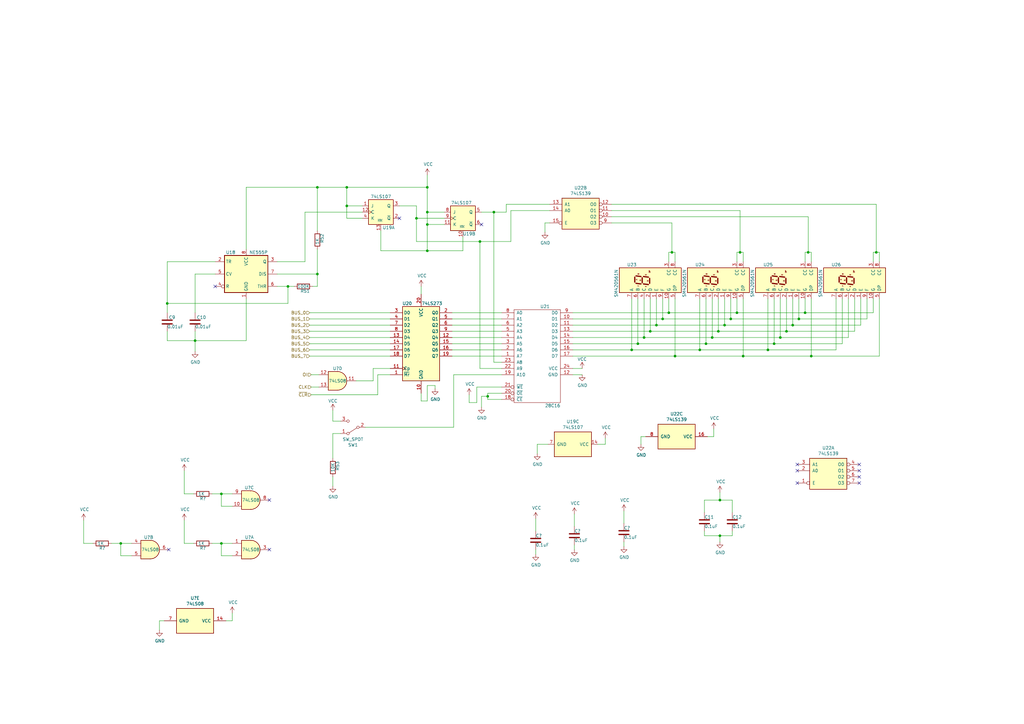
<source format=kicad_sch>
(kicad_sch (version 20230121) (generator eeschema)
  (paper "A3")
  (lib_symbols
    (symbol "74xx:74LS08" (pin_names (offset 1.016))
      (property "Reference" "U" (at 0 1.27 0))
      (property "Value" "74LS08" (at 0 -1.27 0))
      (symbol "74LS08_1_1"
        (pin input line (at -7.62 2.54 0) (length 3.81) (name "~") (number "1"))
        (pin input line (at -7.62 -2.54 0) (length 3.81) (name "~") (number "2"))
        (pin output line (at 7.62 0 180) (length 3.81) (name "~") (number "3"))
      )
      (symbol "74LS08_1_2"
        (pin input inverted (at -7.62 2.54 0) (length 4.318) (name "~") (number "1"))
        (pin input inverted (at -7.62 -2.54 0) (length 4.318) (name "~") (number "2"))
        (pin output inverted (at 7.62 0 180) (length 3.81) (name "~") (number "3"))
      )
      (symbol "74LS08_2_1"
        (pin input line (at -7.62 2.54 0) (length 3.81) (name "~") (number "4"))
        (pin input line (at -7.62 -2.54 0) (length 3.81) (name "~") (number "5"))
        (pin output line (at 7.62 0 180) (length 3.81) (name "~") (number "6"))
      )
      (symbol "74LS08_2_2"
        (pin input inverted (at -7.62 2.54 0) (length 4.318) (name "~") (number "4"))
        (pin input inverted (at -7.62 -2.54 0) (length 4.318) (name "~") (number "5"))
        (pin output inverted (at 7.62 0 180) (length 3.81) (name "~") (number "6"))
      )
      (symbol "74LS08_3_1"
        (pin input line (at -7.62 -2.54 0) (length 3.81) (name "~") (number "10"))
        (pin output line (at 7.62 0 180) (length 3.81) (name "~") (number "8"))
        (pin input line (at -7.62 2.54 0) (length 3.81) (name "~") (number "9"))
      )
      (symbol "74LS08_3_2"
        (pin input inverted (at -7.62 -2.54 0) (length 4.318) (name "~") (number "10"))
        (pin output inverted (at 7.62 0 180) (length 3.81) (name "~") (number "8"))
        (pin input inverted (at -7.62 2.54 0) (length 4.318) (name "~") (number "9"))
      )
      (symbol "74LS08_4_1"
        (pin output line (at 7.62 0 180) (length 3.81) (name "~") (number "11"))
        (pin input line (at -7.62 2.54 0) (length 3.81) (name "~") (number "12"))
        (pin input line (at -7.62 -2.54 0) (length 3.81) (name "~") (number "13"))
      )
      (symbol "74LS08_4_2"
        (pin output inverted (at 7.62 0 180) (length 3.81) (name "~") (number "11"))
        (pin input inverted (at -7.62 2.54 0) (length 4.318) (name "~") (number "12"))
        (pin input inverted (at -7.62 -2.54 0) (length 4.318) (name "~") (number "13"))
      )
      (symbol "74LS08_5_0"
        (pin power_in line (at 0 12.7 270) (length 5.08) (name "VCC") (number "14"))
        (pin power_in line (at 0 -12.7 90) (length 5.08) (name "GND") (number "7"))
      )
    )
    (symbol "74xx:74LS107" (pin_names (offset 1.016))
      (property "Reference" "U" (at -7.62 8.89 0))
      (property "Value" "74LS107" (at -7.62 -8.89 0))
      (symbol "74LS107_1_0"
        (pin input line (at -7.62 2.54 0) (length 2.54) (name "J") (number "1"))
        (pin input clock (at -7.62 0 0) (length 2.54) (name "C") (number "12"))
        (pin input line (at 0 -7.62 90) (length 2.54) (name "~{R}") (number "13"))
        (pin output line (at 7.62 -2.54 180) (length 2.54) (name "~{Q}") (number "2"))
        (pin output line (at 7.62 2.54 180) (length 2.54) (name "Q") (number "3"))
        (pin input line (at -7.62 -2.54 0) (length 2.54) (name "K") (number "4"))
      )
      (symbol "74LS107_2_0"
        (pin input line (at 0 -7.62 90) (length 2.54) (name "~{R}") (number "10"))
        (pin input line (at -7.62 -2.54 0) (length 2.54) (name "K") (number "11"))
        (pin output line (at 7.62 2.54 180) (length 2.54) (name "Q") (number "5"))
        (pin output line (at 7.62 -2.54 180) (length 2.54) (name "~{Q}") (number "6"))
        (pin input line (at -7.62 2.54 0) (length 2.54) (name "J") (number "8"))
        (pin input clock (at -7.62 0 0) (length 2.54) (name "C") (number "9"))
      )
      (symbol "74LS107_3_0"
        (pin power_in line (at 0 10.16 270) (length 2.54) (name "VCC") (number "14"))
        (pin power_in line (at 0 -10.16 90) (length 2.54) (name "GND") (number "7"))
      )
    )
    (symbol "74xx:74LS139" (pin_names (offset 1.016))
      (property "Reference" "U" (at -7.62 8.89 0))
      (property "Value" "74LS139" (at -7.62 -8.89 0))
      (symbol "74LS139_1_0"
        (pin input inverted (at -12.7 -5.08 0) (length 5.08) (name "E") (number "1"))
        (pin input line (at -12.7 0 0) (length 5.08) (name "A0") (number "2"))
        (pin input line (at -12.7 2.54 0) (length 5.08) (name "A1") (number "3"))
        (pin output inverted (at 12.7 2.54 180) (length 5.08) (name "O0") (number "4"))
        (pin output inverted (at 12.7 0 180) (length 5.08) (name "O1") (number "5"))
        (pin output inverted (at 12.7 -2.54 180) (length 5.08) (name "O2") (number "6"))
        (pin output inverted (at 12.7 -5.08 180) (length 5.08) (name "O3") (number "7"))
      )
      (symbol "74LS139_2_0"
        (pin output inverted (at 12.7 -2.54 180) (length 5.08) (name "O2") (number "10"))
        (pin output inverted (at 12.7 0 180) (length 5.08) (name "O1") (number "11"))
        (pin output inverted (at 12.7 2.54 180) (length 5.08) (name "O0") (number "12"))
        (pin input line (at -12.7 2.54 0) (length 5.08) (name "A1") (number "13"))
        (pin input line (at -12.7 0 0) (length 5.08) (name "A0") (number "14"))
        (pin input inverted (at -12.7 -5.08 0) (length 5.08) (name "E") (number "15"))
        (pin output inverted (at 12.7 -5.08 180) (length 5.08) (name "O3") (number "9"))
      )
      (symbol "74LS139_3_0"
        (pin power_in line (at 0 12.7 270) (length 5.08) (name "VCC") (number "16"))
        (pin power_in line (at 0 -12.7 90) (length 5.08) (name "GND") (number "8"))
      )
    )
    (symbol "74xx:74LS273"
      (property "Reference" "U" (at -7.62 16.51 0))
      (property "Value" "74LS273" (at -7.62 -16.51 0))
      (symbol "74LS273_1_0"
        (pin input line (at -12.7 -12.7 0) (length 5.08) (name "~{Mr}") (number "1"))
        (pin power_in line (at 0 -20.32 90) (length 5.08) (name "GND") (number "10"))
        (pin input clock (at -12.7 -10.16 0) (length 5.08) (name "Cp") (number "11"))
        (pin output line (at 12.7 2.54 180) (length 5.08) (name "Q4") (number "12"))
        (pin input line (at -12.7 2.54 0) (length 5.08) (name "D4") (number "13"))
        (pin input line (at -12.7 0 0) (length 5.08) (name "D5") (number "14"))
        (pin output line (at 12.7 0 180) (length 5.08) (name "Q5") (number "15"))
        (pin output line (at 12.7 -2.54 180) (length 5.08) (name "Q6") (number "16"))
        (pin input line (at -12.7 -2.54 0) (length 5.08) (name "D6") (number "17"))
        (pin input line (at -12.7 -5.08 0) (length 5.08) (name "D7") (number "18"))
        (pin output line (at 12.7 -5.08 180) (length 5.08) (name "Q7") (number "19"))
        (pin output line (at 12.7 12.7 180) (length 5.08) (name "Q0") (number "2"))
        (pin power_in line (at 0 20.32 270) (length 5.08) (name "VCC") (number "20"))
        (pin input line (at -12.7 12.7 0) (length 5.08) (name "D0") (number "3"))
        (pin input line (at -12.7 10.16 0) (length 5.08) (name "D1") (number "4"))
        (pin output line (at 12.7 10.16 180) (length 5.08) (name "Q1") (number "5"))
        (pin output line (at 12.7 7.62 180) (length 5.08) (name "Q2") (number "6"))
        (pin input line (at -12.7 7.62 0) (length 5.08) (name "D2") (number "7"))
        (pin input line (at -12.7 5.08 0) (length 5.08) (name "D3") (number "8"))
        (pin output line (at 12.7 5.08 180) (length 5.08) (name "Q3") (number "9"))
      )
    )
    (symbol "8 Bit Computer-rescue:28C16-28c16" (pin_names (offset 1.016))
      (property "Reference" "U" (at 1.27 16.51 0))
      (property "Value" "28c16_28C16" (at 3.81 -24.13 0))
      (symbol "28C16-28c16_1_1"
        (pin output line (at -15.24 -3.81 0) (length 5.08) (name "A7") (number "1"))
        (pin output line (at 13.97 11.43 180) (length 5.08) (name "D1") (number "10"))
        (pin output line (at 13.97 8.89 180) (length 5.08) (name "D2") (number "11"))
        (pin output line (at 13.97 -11.43 180) (length 5.08) (name "GND") (number "12"))
        (pin output line (at 13.97 6.35 180) (length 5.08) (name "D3") (number "13"))
        (pin output line (at 13.97 3.81 180) (length 5.08) (name "D4") (number "14"))
        (pin output line (at 13.97 1.27 180) (length 5.08) (name "D5") (number "15"))
        (pin output line (at 13.97 -1.27 180) (length 5.08) (name "D6") (number "16"))
        (pin output line (at 13.97 -3.81 180) (length 5.08) (name "D7") (number "17"))
        (pin output inverted (at -15.24 -21.59 0) (length 5.08) (name "~{CE}") (number "18"))
        (pin output line (at -15.24 -11.43 0) (length 5.08) (name "A10") (number "19"))
        (pin output line (at -15.24 -1.27 0) (length 5.08) (name "A6") (number "2"))
        (pin output inverted (at -15.24 -19.05 0) (length 5.08) (name "~{OE}") (number "20"))
        (pin output inverted (at -15.24 -16.51 0) (length 5.08) (name "~{WE}") (number "21"))
        (pin output line (at -15.24 -8.89 0) (length 5.08) (name "A9") (number "22"))
        (pin output line (at -15.24 -6.35 0) (length 5.08) (name "A8") (number "23"))
        (pin output line (at 13.97 -8.89 180) (length 5.08) (name "VCC") (number "24"))
        (pin output line (at -15.24 1.27 0) (length 5.08) (name "A5") (number "3"))
        (pin output line (at -15.24 3.81 0) (length 5.08) (name "A4") (number "4"))
        (pin output line (at -15.24 6.35 0) (length 5.08) (name "A3") (number "5"))
        (pin output line (at -15.24 8.89 0) (length 5.08) (name "A2") (number "6"))
        (pin output line (at -15.24 11.43 0) (length 5.08) (name "A1") (number "7"))
        (pin output line (at -15.24 13.97 0) (length 5.08) (name "A0") (number "8"))
        (pin output line (at 13.97 13.97 180) (length 5.08) (name "D0") (number "9"))
      )
    )
    (symbol "Device:C" (pin_numbers hide) (pin_names (offset 0.254))
      (property "Reference" "C" (at 0.635 2.54 0))
      (property "Value" "C" (at 0.635 -2.54 0))
      (symbol "C_1_1"
        (pin passive line (at 0 3.81 270) (length 2.794) (name "~") (number "1"))
        (pin passive line (at 0 -3.81 90) (length 2.794) (name "~") (number "2"))
      )
    )
    (symbol "Device:R" (pin_numbers hide) (pin_names (offset 0))
      (property "Reference" "R" (at 2.032 0 90))
      (property "Value" "R" (at 0 0 90))
      (symbol "R_1_1"
        (pin passive line (at 0 3.81 270) (length 1.27) (name "~") (number "1"))
        (pin passive line (at 0 -3.81 90) (length 1.27) (name "~") (number "2"))
      )
    )
    (symbol "Display_Character:SM420561N"
      (property "Reference" "U" (at -2.54 13.97 0))
      (property "Value" "SM420561N" (at 1.27 13.97 0))
      (symbol "SM420561N_0_0"
        (text "A" (at 0.254 5.588 0) (effects (font (size 0.508 0.508))))
        (text "B" (at 2.54 4.826 0) (effects (font (size 0.508 0.508))))
        (text "C" (at 2.286 1.778 0) (effects (font (size 0.508 0.508))))
        (text "D" (at -0.254 1.016 0) (effects (font (size 0.508 0.508))))
        (text "DP" (at 3.556 0.254 0) (effects (font (size 0.508 0.508))))
        (text "E" (at -2.54 1.778 0) (effects (font (size 0.508 0.508))))
        (text "F" (at -2.286 4.826 0) (effects (font (size 0.508 0.508))))
        (text "G" (at 0 4.064 0) (effects (font (size 0.508 0.508))))
      )
      (symbol "SM420561N_1_1"
        (pin input line (at -7.62 -2.54 0) (length 2.54) (name "E") (number "1"))
        (pin input line (at -7.62 -7.62 0) (length 2.54) (name "G") (number "10"))
        (pin input line (at -7.62 0 0) (length 2.54) (name "D") (number "2"))
        (pin input line (at 7.62 -7.62 180) (length 2.54) (name "CC") (number "3"))
        (pin input line (at -7.62 2.54 0) (length 2.54) (name "C") (number "4"))
        (pin input line (at -7.62 -10.16 0) (length 2.54) (name "DP") (number "5"))
        (pin input line (at -7.62 5.08 0) (length 2.54) (name "B") (number "6"))
        (pin input line (at -7.62 7.62 0) (length 2.54) (name "A") (number "7"))
        (pin input line (at 7.62 -10.16 180) (length 2.54) (name "CC") (number "8"))
        (pin input line (at -7.62 -5.08 0) (length 2.54) (name "F") (number "9"))
      )
    )
    (symbol "Switch:SW_SPDT" (pin_names (offset 0) hide)
      (property "Reference" "SW" (at 0 4.318 0))
      (property "Value" "SW_SPDT" (at 0 -5.08 0))
      (symbol "SW_SPDT_1_1"
        (pin passive line (at 5.08 2.54 180) (length 2.54) (name "A") (number "1"))
        (pin passive line (at -5.08 0 0) (length 2.54) (name "B") (number "2"))
        (pin passive line (at 5.08 -2.54 180) (length 2.54) (name "C") (number "3"))
      )
    )
    (symbol "Timer:NE555P"
      (property "Reference" "U" (at -10.16 8.89 0))
      (property "Value" "NE555P" (at 2.54 8.89 0))
      (symbol "NE555P_0_0"
        (pin power_in line (at 0 -10.16 90) (length 2.54) (name "GND") (number "1"))
        (pin power_in line (at 0 10.16 270) (length 2.54) (name "VCC") (number "8"))
      )
      (symbol "NE555P_1_1"
        (pin input line (at -12.7 5.08 0) (length 3.81) (name "TR") (number "2"))
        (pin output line (at 12.7 5.08 180) (length 3.81) (name "Q") (number "3"))
        (pin input inverted (at -12.7 -5.08 0) (length 3.81) (name "R") (number "4"))
        (pin input line (at -12.7 0 0) (length 3.81) (name "CV") (number "5"))
        (pin input line (at 12.7 -5.08 180) (length 3.81) (name "THR") (number "6"))
        (pin input line (at 12.7 0 180) (length 3.81) (name "DIS") (number "7"))
      )
    )
    (symbol "power:GND" (power) (pin_names (offset 0))
      (property "Value" "GND" (at 0 -3.81 0))
      (symbol "GND_1_1"
        (pin power_in line (at 0 0 270) (length 0) hide (name "GND") (number "1"))
      )
    )
    (symbol "power:VCC" (power) (pin_names (offset 0))
      (property "Value" "VCC" (at 0 3.81 0))
      (symbol "VCC_1_1"
        (pin power_in line (at 0 0 90) (length 0) hide (name "VCC") (number "1"))
      )
    )
  )
  (junction (at 170.815 89.535))
  (junction (at 175.26 76.835))
  (junction (at 49.53 222.885))
  (junction (at 297.18 133.35))
  (junction (at 276.86 146.05))
  (junction (at 80.01 139.7))
  (junction (at 261.62 140.97))
  (junction (at 332.74 146.05))
  (junction (at 295.275 219.71))
  (junction (at 130.175 112.395))
  (junction (at 331.47 103.505))
  (junction (at 292.1 138.43))
  (junction (at 266.7 135.89))
  (junction (at 304.8 146.05))
  (junction (at 264.16 138.43))
  (junction (at 287.02 143.51))
  (junction (at 142.24 76.835))
  (junction (at 271.78 130.81))
  (junction (at 295.275 205.105))
  (junction (at 142.24 84.455))
  (junction (at 314.96 143.51))
  (junction (at 118.11 117.475))
  (junction (at 175.26 86.995))
  (junction (at 359.41 103.505))
  (junction (at 325.12 133.35))
  (junction (at 327.66 130.81))
  (junction (at 269.24 133.35))
  (junction (at 202.565 86.995))
  (junction (at 294.64 135.89))
  (junction (at 274.32 128.27))
  (junction (at 299.72 130.81))
  (junction (at 90.805 222.885))
  (junction (at 196.85 99.06))
  (junction (at 330.2 128.27))
  (junction (at 275.59 103.505))
  (junction (at 200.025 162.56))
  (junction (at 259.08 143.51))
  (junction (at 317.5 140.97))
  (junction (at 175.26 92.075))
  (junction (at 130.175 76.835))
  (junction (at 90.805 202.565))
  (junction (at 68.58 124.46))
  (junction (at 320.04 138.43))
  (junction (at 303.53 103.505))
  (junction (at 289.56 140.97))
  (junction (at 322.58 135.89))
  (junction (at 302.26 128.27))
  (junction (at 175.26 102.87))
  (no_connect (at 327.025 190.5))
  (no_connect (at 352.425 195.58))
  (no_connect (at 110.49 225.425))
  (no_connect (at 352.425 198.12))
  (no_connect (at 327.025 198.12))
  (no_connect (at 163.83 89.535))
  (no_connect (at 327.025 193.04))
  (no_connect (at 352.425 190.5))
  (no_connect (at 197.485 92.075))
  (no_connect (at 69.215 225.425))
  (no_connect (at 110.49 205.105))
  (no_connect (at 88.265 117.475))
  (no_connect (at 352.425 193.04))
  (wire (pts (xy 95.25 251.46) (xy 95.25 254.635)))
  (wire (pts (xy 288.925 217.805) (xy 288.925 219.71)))
  (wire (pts (xy 175.26 102.87) (xy 189.865 102.87)))
  (wire (pts (xy 153.035 151.13) (xy 153.035 156.21)))
  (wire (pts (xy 358.14 128.27) (xy 358.14 122.555)))
  (wire (pts (xy 288.925 210.185) (xy 288.925 205.105)))
  (wire (pts (xy 186.055 153.67) (xy 186.055 175.26)))
  (wire (pts (xy 269.24 133.35) (xy 297.18 133.35)))
  (wire (pts (xy 266.7 135.89) (xy 234.95 135.89)))
  (wire (pts (xy 353.06 133.35) (xy 353.06 122.555)))
  (wire (pts (xy 100.965 139.7) (xy 80.01 139.7)))
  (wire (pts (xy 200.025 162.56) (xy 197.485 162.56)))
  (wire (pts (xy 317.5 140.97) (xy 345.44 140.97)))
  (wire (pts (xy 322.58 122.555) (xy 322.58 135.89)))
  (wire (pts (xy 235.585 215.9) (xy 235.585 210.82)))
  (wire (pts (xy 156.21 102.87) (xy 175.26 102.87)))
  (wire (pts (xy 223.52 91.44) (xy 223.52 95.25)))
  (wire (pts (xy 175.26 76.835) (xy 175.26 71.755)))
  (wire (pts (xy 235.585 223.52) (xy 235.585 225.425)))
  (wire (pts (xy 331.47 103.505) (xy 332.74 103.505)))
  (wire (pts (xy 197.485 162.56) (xy 197.485 167.005)))
  (wire (pts (xy 317.5 122.555) (xy 317.5 140.97)))
  (wire (pts (xy 303.53 103.505) (xy 304.8 103.505)))
  (wire (pts (xy 127 135.89) (xy 160.02 135.89)))
  (wire (pts (xy 95.25 202.565) (xy 90.805 202.565)))
  (wire (pts (xy 250.825 91.44) (xy 275.59 91.44)))
  (wire (pts (xy 262.89 179.07) (xy 262.89 182.245)))
  (wire (pts (xy 90.805 222.885) (xy 86.995 222.885)))
  (wire (pts (xy 68.58 139.7) (xy 80.01 139.7)))
  (wire (pts (xy 196.85 99.06) (xy 170.815 99.06)))
  (wire (pts (xy 90.805 227.965) (xy 90.805 222.885)))
  (wire (pts (xy 271.78 130.81) (xy 234.95 130.81)))
  (wire (pts (xy 300.355 210.185) (xy 300.355 205.105)))
  (wire (pts (xy 234.95 146.05) (xy 276.86 146.05)))
  (wire (pts (xy 175.26 164.465) (xy 175.26 158.115)))
  (wire (pts (xy 269.24 122.555) (xy 269.24 133.35)))
  (wire (pts (xy 220.345 182.245) (xy 220.345 186.055)))
  (wire (pts (xy 205.74 158.75) (xy 195.58 158.75)))
  (wire (pts (xy 136.525 195.58) (xy 136.525 199.39)))
  (wire (pts (xy 142.24 76.835) (xy 130.175 76.835)))
  (wire (pts (xy 53.975 222.885) (xy 49.53 222.885)))
  (wire (pts (xy 250.825 88.9) (xy 331.47 88.9)))
  (wire (pts (xy 139.7 177.8) (xy 136.525 177.8)))
  (wire (pts (xy 325.12 122.555) (xy 325.12 133.35)))
  (wire (pts (xy 68.58 124.46) (xy 118.11 124.46)))
  (wire (pts (xy 302.26 103.505) (xy 303.53 103.505)))
  (wire (pts (xy 182.245 86.995) (xy 175.26 86.995)))
  (wire (pts (xy 330.2 122.555) (xy 330.2 128.27)))
  (wire (pts (xy 127 143.51) (xy 160.02 143.51)))
  (wire (pts (xy 330.2 107.315) (xy 330.2 103.505)))
  (wire (pts (xy 292.735 179.07) (xy 290.195 179.07)))
  (wire (pts (xy 205.74 138.43) (xy 185.42 138.43)))
  (wire (pts (xy 79.375 222.885) (xy 75.565 222.885)))
  (wire (pts (xy 205.74 130.81) (xy 185.42 130.81)))
  (wire (pts (xy 205.74 161.29) (xy 200.025 161.29)))
  (wire (pts (xy 288.925 205.105) (xy 295.275 205.105)))
  (wire (pts (xy 302.26 107.315) (xy 302.26 103.505)))
  (wire (pts (xy 205.74 133.35) (xy 185.42 133.35)))
  (wire (pts (xy 238.76 151.13) (xy 234.95 151.13)))
  (wire (pts (xy 205.74 153.67) (xy 186.055 153.67)))
  (wire (pts (xy 136.525 172.72) (xy 139.7 172.72)))
  (wire (pts (xy 172.72 117.475) (xy 172.72 120.65)))
  (wire (pts (xy 331.47 88.9) (xy 331.47 103.505)))
  (wire (pts (xy 358.14 107.315) (xy 358.14 103.505)))
  (wire (pts (xy 209.55 99.06) (xy 196.85 99.06)))
  (wire (pts (xy 300.355 205.105) (xy 295.275 205.105)))
  (wire (pts (xy 175.26 92.075) (xy 175.26 102.87)))
  (wire (pts (xy 113.665 112.395) (xy 130.175 112.395)))
  (wire (pts (xy 234.95 140.97) (xy 261.62 140.97)))
  (wire (pts (xy 75.565 222.885) (xy 75.565 213.36)))
  (wire (pts (xy 130.175 76.835) (xy 130.175 94.615)))
  (wire (pts (xy 314.96 122.555) (xy 314.96 143.51)))
  (wire (pts (xy 304.8 146.05) (xy 332.74 146.05)))
  (wire (pts (xy 288.925 219.71) (xy 295.275 219.71)))
  (wire (pts (xy 202.565 148.59) (xy 202.565 86.995)))
  (wire (pts (xy 360.68 146.05) (xy 360.68 122.555)))
  (wire (pts (xy 178.435 158.115) (xy 178.435 159.385)))
  (wire (pts (xy 276.86 103.505) (xy 276.86 107.315)))
  (wire (pts (xy 118.11 117.475) (xy 113.665 117.475)))
  (wire (pts (xy 205.74 151.13) (xy 196.85 151.13)))
  (wire (pts (xy 350.52 135.89) (xy 322.58 135.89)))
  (wire (pts (xy 325.12 133.35) (xy 353.06 133.35)))
  (wire (pts (xy 148.59 84.455) (xy 142.24 84.455)))
  (wire (pts (xy 292.735 175.895) (xy 292.735 179.07)))
  (wire (pts (xy 195.58 158.75) (xy 195.58 165.1)))
  (wire (pts (xy 303.53 86.36) (xy 303.53 103.505)))
  (wire (pts (xy 68.58 124.46) (xy 68.58 107.315)))
  (wire (pts (xy 219.71 217.805) (xy 219.71 212.725)))
  (wire (pts (xy 259.08 143.51) (xy 287.02 143.51)))
  (wire (pts (xy 274.32 107.315) (xy 274.32 103.505)))
  (wire (pts (xy 127 140.97) (xy 160.02 140.97)))
  (wire (pts (xy 264.16 122.555) (xy 264.16 138.43)))
  (wire (pts (xy 170.815 99.06) (xy 170.815 89.535)))
  (wire (pts (xy 327.66 122.555) (xy 327.66 130.81)))
  (wire (pts (xy 49.53 227.965) (xy 49.53 222.885)))
  (wire (pts (xy 219.71 225.425) (xy 219.71 227.33)))
  (wire (pts (xy 314.96 143.51) (xy 342.9 143.51)))
  (wire (pts (xy 163.83 84.455) (xy 170.815 84.455)))
  (wire (pts (xy 175.26 86.995) (xy 175.26 76.835)))
  (wire (pts (xy 287.02 122.555) (xy 287.02 143.51)))
  (wire (pts (xy 320.04 122.555) (xy 320.04 138.43)))
  (wire (pts (xy 118.11 124.46) (xy 118.11 117.475)))
  (wire (pts (xy 209.55 86.36) (xy 209.55 99.06)))
  (wire (pts (xy 142.24 89.535) (xy 148.59 89.535)))
  (wire (pts (xy 330.2 103.505) (xy 331.47 103.505)))
  (wire (pts (xy 130.175 112.395) (xy 130.175 117.475)))
  (wire (pts (xy 75.565 202.565) (xy 75.565 193.04)))
  (wire (pts (xy 127 133.35) (xy 160.02 133.35)))
  (wire (pts (xy 205.74 135.89) (xy 185.42 135.89)))
  (wire (pts (xy 172.72 161.29) (xy 172.72 164.465)))
  (wire (pts (xy 130.175 117.475) (xy 128.27 117.475)))
  (wire (pts (xy 68.58 135.89) (xy 68.58 139.7)))
  (wire (pts (xy 320.04 138.43) (xy 347.98 138.43)))
  (wire (pts (xy 275.59 91.44) (xy 275.59 103.505)))
  (wire (pts (xy 200.025 163.83) (xy 205.74 163.83)))
  (wire (pts (xy 250.825 86.36) (xy 303.53 86.36)))
  (wire (pts (xy 299.72 122.555) (xy 299.72 130.81)))
  (wire (pts (xy 160.02 153.67) (xy 154.94 153.67)))
  (wire (pts (xy 248.285 179.705) (xy 248.285 182.245)))
  (wire (pts (xy 224.79 182.245) (xy 220.345 182.245)))
  (wire (pts (xy 196.85 151.13) (xy 196.85 99.06)))
  (wire (pts (xy 274.32 103.505) (xy 275.59 103.505)))
  (wire (pts (xy 359.41 103.505) (xy 360.68 103.505)))
  (wire (pts (xy 234.95 128.27) (xy 274.32 128.27)))
  (wire (pts (xy 259.08 122.555) (xy 259.08 143.51)))
  (wire (pts (xy 304.8 122.555) (xy 304.8 146.05)))
  (wire (pts (xy 175.26 158.115) (xy 178.435 158.115)))
  (wire (pts (xy 100.965 102.235) (xy 100.965 76.835)))
  (wire (pts (xy 300.355 219.71) (xy 300.355 217.805)))
  (wire (pts (xy 332.74 122.555) (xy 332.74 146.05)))
  (wire (pts (xy 225.425 86.36) (xy 209.55 86.36)))
  (wire (pts (xy 255.905 214.63) (xy 255.905 209.55)))
  (wire (pts (xy 264.795 179.07) (xy 262.89 179.07)))
  (wire (pts (xy 175.26 76.835) (xy 142.24 76.835)))
  (wire (pts (xy 189.865 97.155) (xy 189.865 102.87)))
  (wire (pts (xy 120.65 117.475) (xy 118.11 117.475)))
  (wire (pts (xy 127 146.05) (xy 160.02 146.05)))
  (wire (pts (xy 192.405 165.1) (xy 192.405 161.925)))
  (wire (pts (xy 302.26 128.27) (xy 330.2 128.27)))
  (wire (pts (xy 195.58 165.1) (xy 192.405 165.1)))
  (wire (pts (xy 200.025 161.29) (xy 200.025 162.56)))
  (wire (pts (xy 304.8 103.505) (xy 304.8 107.315)))
  (wire (pts (xy 295.275 222.25) (xy 295.275 219.71)))
  (wire (pts (xy 327.66 130.81) (xy 299.72 130.81)))
  (wire (pts (xy 205.74 143.51) (xy 185.42 143.51)))
  (wire (pts (xy 332.74 103.505) (xy 332.74 107.315)))
  (wire (pts (xy 294.64 122.555) (xy 294.64 135.89)))
  (wire (pts (xy 38.1 222.885) (xy 34.29 222.885)))
  (wire (pts (xy 342.9 143.51) (xy 342.9 122.555)))
  (wire (pts (xy 49.53 222.885) (xy 45.72 222.885)))
  (wire (pts (xy 127 128.27) (xy 160.02 128.27)))
  (wire (pts (xy 100.965 76.835) (xy 130.175 76.835)))
  (wire (pts (xy 295.275 201.93) (xy 295.275 205.105)))
  (wire (pts (xy 125.095 86.995) (xy 148.59 86.995)))
  (wire (pts (xy 142.24 84.455) (xy 142.24 89.535)))
  (wire (pts (xy 276.86 122.555) (xy 276.86 146.05)))
  (wire (pts (xy 136.525 177.8) (xy 136.525 187.96)))
  (wire (pts (xy 347.98 138.43) (xy 347.98 122.555)))
  (wire (pts (xy 261.62 122.555) (xy 261.62 140.97)))
  (wire (pts (xy 248.285 182.245) (xy 245.11 182.245)))
  (wire (pts (xy 142.24 84.455) (xy 142.24 76.835)))
  (wire (pts (xy 130.81 158.75) (xy 127.635 158.75)))
  (wire (pts (xy 80.01 139.7) (xy 80.01 144.145)))
  (wire (pts (xy 175.26 86.995) (xy 175.26 92.075)))
  (wire (pts (xy 350.52 122.555) (xy 350.52 135.89)))
  (wire (pts (xy 360.68 103.505) (xy 360.68 107.315)))
  (wire (pts (xy 289.56 140.97) (xy 317.5 140.97)))
  (wire (pts (xy 90.805 202.565) (xy 86.995 202.565)))
  (wire (pts (xy 200.025 162.56) (xy 200.025 163.83)))
  (wire (pts (xy 266.7 122.555) (xy 266.7 135.89)))
  (wire (pts (xy 271.78 122.555) (xy 271.78 130.81)))
  (wire (pts (xy 127 130.81) (xy 160.02 130.81)))
  (wire (pts (xy 332.74 146.05) (xy 360.68 146.05)))
  (wire (pts (xy 289.56 122.555) (xy 289.56 140.97)))
  (wire (pts (xy 359.41 83.82) (xy 359.41 103.505)))
  (wire (pts (xy 207.645 86.995) (xy 202.565 86.995)))
  (wire (pts (xy 80.01 139.7) (xy 80.01 135.89)))
  (wire (pts (xy 127 138.43) (xy 160.02 138.43)))
  (wire (pts (xy 275.59 103.505) (xy 276.86 103.505)))
  (wire (pts (xy 205.74 146.05) (xy 185.42 146.05)))
  (wire (pts (xy 205.74 128.27) (xy 185.42 128.27)))
  (wire (pts (xy 153.035 156.21) (xy 146.05 156.21)))
  (wire (pts (xy 225.425 83.82) (xy 207.645 83.82)))
  (wire (pts (xy 170.815 89.535) (xy 182.245 89.535)))
  (wire (pts (xy 287.02 143.51) (xy 314.96 143.51)))
  (wire (pts (xy 295.275 219.71) (xy 300.355 219.71)))
  (wire (pts (xy 68.58 128.27) (xy 68.58 124.46)))
  (wire (pts (xy 355.6 130.81) (xy 327.66 130.81)))
  (wire (pts (xy 234.95 133.35) (xy 269.24 133.35)))
  (wire (pts (xy 68.58 107.315) (xy 88.265 107.315)))
  (wire (pts (xy 302.26 122.555) (xy 302.26 128.27)))
  (wire (pts (xy 250.825 83.82) (xy 359.41 83.82)))
  (wire (pts (xy 292.1 122.555) (xy 292.1 138.43)))
  (wire (pts (xy 67.31 254.635) (xy 65.405 254.635)))
  (wire (pts (xy 156.21 102.87) (xy 156.21 94.615)))
  (wire (pts (xy 205.74 148.59) (xy 202.565 148.59)))
  (wire (pts (xy 80.01 112.395) (xy 88.265 112.395)))
  (wire (pts (xy 95.25 222.885) (xy 90.805 222.885)))
  (wire (pts (xy 34.29 222.885) (xy 34.29 213.36)))
  (wire (pts (xy 95.25 254.635) (xy 92.71 254.635)))
  (wire (pts (xy 127.635 161.925) (xy 154.94 161.925)))
  (wire (pts (xy 345.44 122.555) (xy 345.44 140.97)))
  (wire (pts (xy 130.81 153.67) (xy 127.635 153.67)))
  (wire (pts (xy 186.055 175.26) (xy 149.86 175.26)))
  (wire (pts (xy 330.2 128.27) (xy 358.14 128.27)))
  (wire (pts (xy 79.375 202.565) (xy 75.565 202.565)))
  (wire (pts (xy 53.975 227.965) (xy 49.53 227.965)))
  (wire (pts (xy 292.1 138.43) (xy 320.04 138.43)))
  (wire (pts (xy 297.18 133.35) (xy 325.12 133.35)))
  (wire (pts (xy 264.16 138.43) (xy 292.1 138.43)))
  (wire (pts (xy 185.42 140.97) (xy 205.74 140.97)))
  (wire (pts (xy 80.01 128.27) (xy 80.01 112.395)))
  (wire (pts (xy 202.565 86.995) (xy 197.485 86.995)))
  (wire (pts (xy 65.405 254.635) (xy 65.405 258.445)))
  (wire (pts (xy 170.815 84.455) (xy 170.815 89.535)))
  (wire (pts (xy 355.6 122.555) (xy 355.6 130.81)))
  (wire (pts (xy 113.665 107.315) (xy 125.095 107.315)))
  (wire (pts (xy 136.525 168.275) (xy 136.525 172.72)))
  (wire (pts (xy 234.95 143.51) (xy 259.08 143.51)))
  (wire (pts (xy 276.86 146.05) (xy 304.8 146.05)))
  (wire (pts (xy 297.18 122.555) (xy 297.18 133.35)))
  (wire (pts (xy 274.32 122.555) (xy 274.32 128.27)))
  (wire (pts (xy 95.25 207.645) (xy 90.805 207.645)))
  (wire (pts (xy 255.905 222.25) (xy 255.905 224.155)))
  (wire (pts (xy 299.72 130.81) (xy 271.78 130.81)))
  (wire (pts (xy 90.805 207.645) (xy 90.805 202.565)))
  (wire (pts (xy 207.645 83.82) (xy 207.645 86.995)))
  (wire (pts (xy 261.62 140.97) (xy 289.56 140.97)))
  (wire (pts (xy 225.425 91.44) (xy 223.52 91.44)))
  (wire (pts (xy 358.14 103.505) (xy 359.41 103.505)))
  (wire (pts (xy 125.095 107.315) (xy 125.095 86.995)))
  (wire (pts (xy 294.64 135.89) (xy 266.7 135.89)))
  (wire (pts (xy 234.95 153.67) (xy 238.76 153.67)))
  (wire (pts (xy 322.58 135.89) (xy 294.64 135.89)))
  (wire (pts (xy 274.32 128.27) (xy 302.26 128.27)))
  (wire (pts (xy 234.95 138.43) (xy 264.16 138.43)))
  (wire (pts (xy 130.175 102.235) (xy 130.175 112.395)))
  (wire (pts (xy 95.25 227.965) (xy 90.805 227.965)))
  (wire (pts (xy 175.26 92.075) (xy 182.245 92.075)))
  (wire (pts (xy 160.02 151.13) (xy 153.035 151.13)))
  (wire (pts (xy 100.965 122.555) (xy 100.965 139.7)))
  (wire (pts (xy 154.94 153.67) (xy 154.94 161.925)))
  (wire (pts (xy 172.72 164.465) (xy 175.26 164.465)))
  (hierarchical_label "OI" (shape input) (at 127.635 153.67 180))
  (hierarchical_label "BUS_4" (shape input) (at 127 138.43 180))
  (hierarchical_label "~{CLR}" (shape input) (at 127.635 161.925 180))
  (hierarchical_label "BUS_0" (shape input) (at 127 128.27 180))
  (hierarchical_label "CLK" (shape input) (at 127.635 158.75 180))
  (hierarchical_label "BUS_1" (shape input) (at 127 130.81 180))
  (hierarchical_label "BUS_5" (shape input) (at 127 140.97 180))
  (hierarchical_label "BUS_7" (shape input) (at 127 146.05 180))
  (hierarchical_label "BUS_2" (shape input) (at 127 133.35 180))
  (hierarchical_label "BUS_6" (shape input) (at 127 143.51 180))
  (hierarchical_label "BUS_3" (shape input) (at 127 135.89 180))
  (symbol (lib_id "Device:C") (at 219.71 221.615 0) (unit 1)
    (property "Reference" "C?" (at 219.71 219.71 0) (effects (justify left)))
    (property "Value" "0.1uF" (at 219.71 223.52 0) (effects (justify left)))
    (property "Footprint" "Capacitor_THT:C_Disc_D4.3mm_W1.9mm_P5.00mm" (effects hide))
    (instances (project "8 Bit Computer" (path "" (reference "C?") (unit 1)) (path "" (reference "C?") (unit 1)) (path "" (reference "C35") (unit 1))))
  )
  (symbol (lib_id "power:VCC") (at 219.71 212.725 0) (unit 1)
    (property "Reference" "#PWR?" (effects hide))
    (property "Value" "VCC" (at 220.091 208.3308 0))
    (instances (project "8 Bit Computer" (path "" (reference "#PWR?") (unit 1)) (path "" (reference "#PWR?") (unit 1)) (path "" (reference "#PWR0291") (unit 1))))
  )
  (symbol (lib_id "power:GND") (at 219.71 227.33 0) (unit 1)
    (property "Reference" "#PWR?" (effects hide))
    (property "Value" "GND" (at 219.837 231.7242 0))
    (instances (project "8 Bit Computer" (path "" (reference "#PWR?") (unit 1)) (path "" (reference "#PWR?") (unit 1)) (path "" (reference "#PWR0292") (unit 1))))
  )
  (symbol (lib_id "Device:C") (at 235.585 219.71 0) (unit 1)
    (property "Reference" "C?" (at 235.585 217.805 0) (effects (justify left)))
    (property "Value" "0.1uF" (at 235.585 221.615 0) (effects (justify left)))
    (property "Footprint" "Capacitor_THT:C_Disc_D4.3mm_W1.9mm_P5.00mm" (effects hide))
    (instances (project "8 Bit Computer" (path "" (reference "C?") (unit 1)) (path "" (reference "C?") (unit 1)) (path "" (reference "C36") (unit 1))))
  )
  (symbol (lib_id "power:VCC") (at 235.585 210.82 0) (unit 1)
    (property "Reference" "#PWR?" (effects hide))
    (property "Value" "VCC" (at 235.966 206.4258 0))
    (instances (project "8 Bit Computer" (path "" (reference "#PWR?") (unit 1)) (path "" (reference "#PWR?") (unit 1)) (path "" (reference "#PWR0293") (unit 1))))
  )
  (symbol (lib_id "power:GND") (at 235.585 225.425 0) (unit 1)
    (property "Reference" "#PWR?" (effects hide))
    (property "Value" "GND" (at 235.712 229.8192 0))
    (instances (project "8 Bit Computer" (path "" (reference "#PWR?") (unit 1)) (path "" (reference "#PWR?") (unit 1)) (path "" (reference "#PWR0294") (unit 1))))
  )
  (symbol (lib_id "Device:C") (at 255.905 218.44 0) (unit 1)
    (property "Reference" "C?" (at 255.905 216.535 0) (effects (justify left)))
    (property "Value" "0.1uF" (at 255.905 220.345 0) (effects (justify left)))
    (property "Footprint" "Capacitor_THT:C_Disc_D4.3mm_W1.9mm_P5.00mm" (effects hide))
    (instances (project "8 Bit Computer" (path "" (reference "C?") (unit 1)) (path "" (reference "C?") (unit 1)) (path "" (reference "C37") (unit 1))))
  )
  (symbol (lib_id "power:VCC") (at 255.905 209.55 0) (unit 1)
    (property "Reference" "#PWR?" (effects hide))
    (property "Value" "VCC" (at 256.286 205.1558 0))
    (instances (project "8 Bit Computer" (path "" (reference "#PWR?") (unit 1)) (path "" (reference "#PWR?") (unit 1)) (path "" (reference "#PWR0295") (unit 1))))
  )
  (symbol (lib_id "power:GND") (at 255.905 224.155 0) (unit 1)
    (property "Reference" "#PWR?" (effects hide))
    (property "Value" "GND" (at 256.032 228.5492 0))
    (instances (project "8 Bit Computer" (path "" (reference "#PWR?") (unit 1)) (path "" (reference "#PWR?") (unit 1)) (path "" (reference "#PWR0296") (unit 1))))
  )
  (symbol (lib_id "74xx:74LS08") (at 102.87 225.425 0) (unit 1)
    (property "Reference" "U?" (at 102.235 220.345 0))
    (property "Value" "74LS08" (at 102.87 225.425 0))
    (property "Footprint" "Package_DIP:DIP-14_W7.62mm_Socket_LongPads" (effects hide))
    (property "Datasheet" "http://www.ti.com/lit/gpn/sn74LS08" (effects hide))
    (instances (project "8 Bit Computer" (path "" (reference "U?") (unit 1)) (path "" (reference "U?") (unit 1)) (path "" (reference "U6") (unit 1))))
  )
  (symbol (lib_id "Device:R") (at 83.185 222.885 270) (unit 1)
    (property "Reference" "R?" (at 81.915 224.79 90) (effects (justify left)))
    (property "Value" "1K" (at 81.28 222.885 90) (effects (justify left)))
    (property "Footprint" "Resistor_THT:R_Axial_DIN0207_L6.3mm_D2.5mm_P7.62mm_Horizontal" (effects hide))
    (instances (project "8 Bit Computer" (path "" (reference "R?") (unit 1)) (path "" (reference "R?") (unit 1)) (path "" (reference "R32") (unit 1))))
  )
  (symbol (lib_id "power:VCC") (at 75.565 213.36 0) (unit 1)
    (property "Reference" "#PWR?" (effects hide))
    (property "Value" "VCC" (at 75.946 208.9658 0))
    (instances (project "8 Bit Computer" (path "" (reference "#PWR?") (unit 1)) (path "" (reference "#PWR?") (unit 1)) (path "" (reference "#PWR05") (unit 1))))
  )
  (symbol (lib_id "74xx:74LS08") (at 61.595 225.425 0) (unit 2)
    (property "Reference" "U?" (at 60.96 220.345 0))
    (property "Value" "74LS08" (at 61.595 225.425 0))
    (property "Footprint" "Package_DIP:DIP-14_W7.62mm_Socket_LongPads" (effects hide))
    (property "Datasheet" "http://www.ti.com/lit/gpn/sn74LS08" (effects hide))
    (instances (project "8 Bit Computer" (path "" (reference "U?") (unit 2)) (path "" (reference "U?") (unit 2)) (path "" (reference "U6") (unit 2))))
  )
  (symbol (lib_id "74xx:74LS08") (at 138.43 156.21 0) (unit 4)
    (property "Reference" "U?" (at 138.43 151.13 0))
    (property "Value" "74LS08" (at 138.43 156.21 0))
    (property "Footprint" "Package_DIP:DIP-14_W7.62mm_Socket_LongPads" (effects hide))
    (property "Datasheet" "http://www.ti.com/lit/gpn/sn74LS08" (effects hide))
    (instances (project "8 Bit Computer" (path "" (reference "U?") (unit 4)) (path "" (reference "U?") (unit 4)) (path "" (reference "U6") (unit 4))))
  )
  (symbol (lib_id "Device:R") (at 41.91 222.885 270) (unit 1)
    (property "Reference" "R?" (at 40.64 224.79 90) (effects (justify left)))
    (property "Value" "1K" (at 40.005 222.885 90) (effects (justify left)))
    (property "Footprint" "Resistor_THT:R_Axial_DIN0207_L6.3mm_D2.5mm_P7.62mm_Horizontal" (effects hide))
    (instances (project "8 Bit Computer" (path "" (reference "R?") (unit 1)) (path "" (reference "R?") (unit 1)) (path "" (reference "R30") (unit 1))))
  )
  (symbol (lib_id "power:VCC") (at 34.29 213.36 0) (unit 1)
    (property "Reference" "#PWR?" (effects hide))
    (property "Value" "VCC" (at 34.671 208.9658 0))
    (instances (project "8 Bit Computer" (path "" (reference "#PWR?") (unit 1)) (path "" (reference "#PWR?") (unit 1)) (path "" (reference "#PWR02") (unit 1))))
  )
  (symbol (lib_id "Device:R") (at 83.185 202.565 270) (unit 1)
    (property "Reference" "R?" (at 81.915 204.47 90) (effects (justify left)))
    (property "Value" "1K" (at 81.28 202.565 90) (effects (justify left)))
    (property "Footprint" "Resistor_THT:R_Axial_DIN0207_L6.3mm_D2.5mm_P7.62mm_Horizontal" (effects hide))
    (instances (project "8 Bit Computer" (path "" (reference "R?") (unit 1)) (path "" (reference "R?") (unit 1)) (path "" (reference "R31") (unit 1))))
  )
  (symbol (lib_id "power:VCC") (at 75.565 193.04 0) (unit 1)
    (property "Reference" "#PWR?" (effects hide))
    (property "Value" "VCC" (at 75.946 188.6458 0))
    (instances (project "8 Bit Computer" (path "" (reference "#PWR?") (unit 1)) (path "" (reference "#PWR?") (unit 1)) (path "" (reference "#PWR04") (unit 1))))
  )
  (symbol (lib_id "74xx:74LS08") (at 102.87 205.105 0) (unit 3)
    (property "Reference" "U?" (at 102.235 200.025 0))
    (property "Value" "74LS08" (at 102.87 205.105 0))
    (property "Footprint" "Package_DIP:DIP-14_W7.62mm_Socket_LongPads" (effects hide))
    (property "Datasheet" "http://www.ti.com/lit/gpn/sn74LS08" (effects hide))
    (instances (project "8 Bit Computer" (path "" (reference "U?") (unit 3)) (path "" (reference "U?") (unit 3)) (path "" (reference "U6") (unit 3))))
  )
  (symbol (lib_id "74xx:74LS08") (at 80.01 254.635 270) (unit 5)
    (property "Reference" "U?" (at 80.01 245.3132 90))
    (property "Value" "74LS08" (at 80.01 247.6246 90))
    (property "Footprint" "Package_DIP:DIP-14_W7.62mm_Socket_LongPads" (effects hide))
    (property "Datasheet" "http://www.ti.com/lit/gpn/sn74LS08" (effects hide))
    (instances (project "8 Bit Computer" (path "" (reference "U?") (unit 5)) (path "" (reference "U?") (unit 5)) (path "" (reference "U6") (unit 5))))
  )
  (symbol (lib_id "power:VCC") (at 95.25 251.46 0) (unit 1)
    (property "Reference" "#PWR?" (effects hide))
    (property "Value" "VCC" (at 95.631 247.0658 0))
    (instances (project "8 Bit Computer" (path "" (reference "#PWR?") (unit 1)) (path "" (reference "#PWR?") (unit 1)) (path "" (reference "#PWR06") (unit 1))))
  )
  (symbol (lib_id "power:GND") (at 65.405 258.445 0) (unit 1)
    (property "Reference" "#PWR?" (effects hide))
    (property "Value" "GND" (at 65.532 262.8392 0))
    (instances (project "8 Bit Computer" (path "" (reference "#PWR?") (unit 1)) (path "" (reference "#PWR?") (unit 1)) (path "" (reference "#PWR03") (unit 1))))
  )
  (symbol (lib_id "Timer:NE555P") (at 100.965 112.395 0) (unit 1)
    (property "Reference" "U18" (at 94.615 103.505 0))
    (property "Value" "NE555P" (at 106.045 103.505 0))
    (property "Footprint" "Package_DIP:DIP-8_W7.62mm_Socket_LongPads" (effects hide))
    (property "Datasheet" "http://www.ti.com/lit/ds/symlink/ne555.pdf" (effects hide))
    (instances (project "8 Bit Computer" (path "" (reference "U18") (unit 1)) (path "" (reference "U?") (unit 1))))
  )
  (symbol (lib_id "74xx:74LS107") (at 156.21 86.995 0) (unit 1)
    (property "Reference" "U19" (at 159.385 93.345 0))
    (property "Value" "74LS107" (at 156.21 80.645 0))
    (property "Footprint" "Package_DIP:DIP-14_W7.62mm_Socket_LongPads" (effects hide))
    (property "Datasheet" "http://www.ti.com/lit/gpn/sn74LS107" (effects hide))
    (instances (project "8 Bit Computer" (path "" (reference "U19") (unit 1)) (path "" (reference "U?") (unit 1))))
  )
  (symbol (lib_id "74xx:74LS107") (at 189.865 89.535 0) (unit 2)
    (property "Reference" "U19" (at 192.405 95.885 0))
    (property "Value" "74LS107" (at 189.23 83.185 0))
    (property "Footprint" "Package_DIP:DIP-14_W7.62mm_Socket_LongPads" (effects hide))
    (property "Datasheet" "http://www.ti.com/lit/gpn/sn74LS107" (effects hide))
    (instances (project "8 Bit Computer" (path "" (reference "U19") (unit 2)) (path "" (reference "U?") (unit 2))))
  )
  (symbol (lib_id "74xx:74LS107") (at 234.95 182.245 270) (unit 3)
    (property "Reference" "U19" (at 234.95 172.9232 90))
    (property "Value" "74LS107" (at 234.95 175.2346 90))
    (property "Footprint" "Package_DIP:DIP-14_W7.62mm_Socket_LongPads" (effects hide))
    (property "Datasheet" "http://www.ti.com/lit/gpn/sn74LS107" (effects hide))
    (instances (project "8 Bit Computer" (path "" (reference "U19") (unit 3)) (path "" (reference "U?") (unit 3))))
  )
  (symbol (lib_id "74xx:74LS139") (at 339.725 193.04 0) (unit 1)
    (property "Reference" "U22" (at 339.725 183.7182 0))
    (property "Value" "74LS139" (at 339.725 186.0296 0))
    (property "Footprint" "Package_DIP:DIP-16_W7.62mm_Socket_LongPads" (effects hide))
    (property "Datasheet" "http://www.ti.com/lit/ds/symlink/sn74ls139a.pdf" (effects hide))
    (instances (project "8 Bit Computer" (path "" (reference "U22") (unit 1)) (path "" (reference "U?") (unit 1))))
  )
  (symbol (lib_id "74xx:74LS139") (at 238.125 86.36 0) (unit 2)
    (property "Reference" "U22" (at 238.125 77.0382 0))
    (property "Value" "74LS139" (at 238.125 79.3496 0))
    (property "Footprint" "Package_DIP:DIP-16_W7.62mm_Socket_LongPads" (effects hide))
    (property "Datasheet" "http://www.ti.com/lit/ds/symlink/sn74ls139a.pdf" (effects hide))
    (instances (project "8 Bit Computer" (path "" (reference "U22") (unit 2)) (path "" (reference "U?") (unit 2))))
  )
  (symbol (lib_id "74xx:74LS139") (at 277.495 179.07 270) (unit 3)
    (property "Reference" "U22" (at 277.495 169.7482 90))
    (property "Value" "74LS139" (at 277.495 172.0596 90))
    (property "Footprint" "Package_DIP:DIP-16_W7.62mm_Socket_LongPads" (effects hide))
    (property "Datasheet" "http://www.ti.com/lit/ds/symlink/sn74ls139a.pdf" (effects hide))
    (instances (project "8 Bit Computer" (path "" (reference "U22") (unit 3)) (path "" (reference "U?") (unit 3))))
  )
  (symbol (lib_id "Display_Character:SM420561N") (at 266.7 114.935 90) (unit 1)
    (property "Reference" "U23" (at 257.175 108.585 90) (effects (justify right)))
    (property "Value" "SM420561N" (at 252.73 110.49 0) (effects (justify right)))
    (property "Footprint" "Display_7Segment:7SegmentLED_LTS6760_LTS6780" (effects hide))
    (property "Datasheet" "https://datasheet.lcsc.com/szlcsc/Wuxi-ARK-Tech-Elec-SM420561N_C141367.pdf" (effects hide))
    (instances (project "8 Bit Computer" (path "" (reference "U23") (unit 1)) (path "" (reference "U?") (unit 1))))
  )
  (symbol (lib_id "Display_Character:SM420561N") (at 294.64 114.935 90) (unit 1)
    (property "Reference" "U24" (at 285.115 108.585 90) (effects (justify right)))
    (property "Value" "SM420561N" (at 280.67 110.49 0) (effects (justify right)))
    (property "Footprint" "Display_7Segment:7SegmentLED_LTS6760_LTS6780" (effects hide))
    (property "Datasheet" "https://datasheet.lcsc.com/szlcsc/Wuxi-ARK-Tech-Elec-SM420561N_C141367.pdf" (effects hide))
    (instances (project "8 Bit Computer" (path "" (reference "U24") (unit 1)) (path "" (reference "U?") (unit 1))))
  )
  (symbol (lib_id "Display_Character:SM420561N") (at 322.58 114.935 90) (unit 1)
    (property "Reference" "U25" (at 313.055 108.585 90) (effects (justify right)))
    (property "Value" "SM420561N" (at 308.61 110.49 0) (effects (justify right)))
    (property "Footprint" "Display_7Segment:7SegmentLED_LTS6760_LTS6780" (effects hide))
    (property "Datasheet" "https://datasheet.lcsc.com/szlcsc/Wuxi-ARK-Tech-Elec-SM420561N_C141367.pdf" (effects hide))
    (instances (project "8 Bit Computer" (path "" (reference "U25") (unit 1)) (path "" (reference "U?") (unit 1))))
  )
  (symbol (lib_id "Display_Character:SM420561N") (at 350.52 114.935 90) (unit 1)
    (property "Reference" "U26" (at 340.995 108.585 90) (effects (justify right)))
    (property "Value" "SM420561N" (at 336.55 110.49 0) (effects (justify right)))
    (property "Footprint" "Display_7Segment:7SegmentLED_LTS6760_LTS6780" (effects hide))
    (property "Datasheet" "https://datasheet.lcsc.com/szlcsc/Wuxi-ARK-Tech-Elec-SM420561N_C141367.pdf" (effects hide))
    (instances (project "8 Bit Computer" (path "" (reference "U26") (unit 1)) (path "" (reference "U?") (unit 1))))
  )
  (symbol (lib_id "74xx:74LS273") (at 172.72 140.97 0) (unit 1)
    (property "Reference" "U20" (at 167.005 124.46 0))
    (property "Value" "74LS273" (at 177.165 124.46 0))
    (property "Footprint" "Package_DIP:DIP-20_W7.62mm_Socket_LongPads" (effects hide))
    (property "Datasheet" "http://www.ti.com/lit/gpn/sn74LS273" (effects hide))
    (instances (project "8 Bit Computer" (path "" (reference "U20") (unit 1)) (path "" (reference "U?") (unit 1))))
  )
  (symbol (lib_id "8 Bit Computer-rescue:28C16-28c16") (at 220.98 142.24 0) (unit 1)
    (property "Reference" "U21" (at 223.52 125.73 0))
    (property "Value" "28C16" (at 226.695 166.37 0))
    (property "Footprint" "Package_DIP:DIP-24_W15.24mm_Socket_LongPads" (effects hide))
    (instances (project "8 Bit Computer" (path "" (reference "U21") (unit 1)) (path "" (reference "U?") (unit 1))))
  )
  (symbol (lib_id "power:GND") (at 197.485 167.005 0) (unit 1)
    (property "Reference" "#PWR0159" (effects hide))
    (property "Value" "GND" (at 197.612 171.3992 0))
    (instances (project "8 Bit Computer" (path "" (reference "#PWR0159") (unit 1)) (path "" (reference "#PWR?") (unit 1))))
  )
  (symbol (lib_id "power:VCC") (at 192.405 161.925 0) (unit 1)
    (property "Reference" "#PWR0160" (effects hide))
    (property "Value" "VCC" (at 192.786 157.5308 0))
    (instances (project "8 Bit Computer" (path "" (reference "#PWR0160") (unit 1)) (path "" (reference "#PWR?") (unit 1))))
  )
  (symbol (lib_id "Switch:SW_SPDT") (at 144.78 175.26 180) (unit 1)
    (property "Reference" "SW1" (at 144.78 182.499 0))
    (property "Value" "SW_SPDT" (at 144.78 180.1876 0))
    (property "Footprint" "Button_Switch_THT:SW_Slide_1P2T_CK_OS102011MS2Q" (effects hide))
    (instances (project "8 Bit Computer" (path "" (reference "SW1") (unit 1)) (path "" (reference "SW?") (unit 1))))
  )
  (symbol (lib_id "power:GND") (at 178.435 159.385 0) (unit 1)
    (property "Reference" "#PWR0161" (effects hide))
    (property "Value" "GND" (at 178.562 163.7792 0))
    (instances (project "8 Bit Computer" (path "" (reference "#PWR0161") (unit 1)) (path "" (reference "#PWR?") (unit 1))))
  )
  (symbol (lib_id "power:VCC") (at 136.525 168.275 0) (unit 1)
    (property "Reference" "#PWR0162" (effects hide))
    (property "Value" "VCC" (at 136.525 164.465 0))
    (instances (project "8 Bit Computer" (path "" (reference "#PWR0162") (unit 1)) (path "" (reference "#PWR?") (unit 1))))
  )
  (symbol (lib_id "Device:R") (at 136.525 191.77 0) (unit 1)
    (property "Reference" "R53" (at 138.43 193.04 90) (effects (justify left)))
    (property "Value" "10K" (at 136.525 193.675 90) (effects (justify left)))
    (property "Footprint" "Resistor_THT:R_Axial_DIN0207_L6.3mm_D2.5mm_P7.62mm_Horizontal" (effects hide))
    (instances (project "8 Bit Computer" (path "" (reference "R53") (unit 1)) (path "" (reference "R?") (unit 1))))
  )
  (symbol (lib_id "power:GND") (at 136.525 199.39 0) (unit 1)
    (property "Reference" "#PWR0163" (effects hide))
    (property "Value" "GND" (at 136.652 203.7842 0))
    (instances (project "8 Bit Computer" (path "" (reference "#PWR0163") (unit 1)) (path "" (reference "#PWR?") (unit 1))))
  )
  (symbol (lib_id "power:VCC") (at 238.76 151.13 0) (unit 1)
    (property "Reference" "#PWR0164" (effects hide))
    (property "Value" "VCC" (at 238.76 147.32 0))
    (instances (project "8 Bit Computer" (path "" (reference "#PWR0164") (unit 1)) (path "" (reference "#PWR?") (unit 1))))
  )
  (symbol (lib_id "power:GND") (at 238.76 153.67 0) (unit 1)
    (property "Reference" "#PWR0165" (effects hide))
    (property "Value" "GND" (at 238.887 158.0642 0))
    (instances (project "8 Bit Computer" (path "" (reference "#PWR0165") (unit 1)) (path "" (reference "#PWR?") (unit 1))))
  )
  (symbol (lib_id "power:GND") (at 223.52 95.25 0) (unit 1)
    (property "Reference" "#PWR0166" (effects hide))
    (property "Value" "GND" (at 223.647 99.6442 0))
    (instances (project "8 Bit Computer" (path "" (reference "#PWR0166") (unit 1)) (path "" (reference "#PWR?") (unit 1))))
  )
  (symbol (lib_id "Device:R") (at 130.175 98.425 0) (unit 1)
    (property "Reference" "R52" (at 132.08 99.695 90) (effects (justify left)))
    (property "Value" "1K" (at 130.175 100.33 90) (effects (justify left)))
    (property "Footprint" "Resistor_THT:R_Axial_DIN0207_L6.3mm_D2.5mm_P7.62mm_Horizontal" (effects hide))
    (instances (project "8 Bit Computer" (path "" (reference "R52") (unit 1)) (path "" (reference "R?") (unit 1))))
  )
  (symbol (lib_id "Device:R") (at 124.46 117.475 270) (unit 1)
    (property "Reference" "R51" (at 123.19 119.38 90) (effects (justify left)))
    (property "Value" "100K" (at 121.92 117.475 90) (effects (justify left)))
    (property "Footprint" "Resistor_THT:R_Axial_DIN0207_L6.3mm_D2.5mm_P7.62mm_Horizontal" (effects hide))
    (instances (project "8 Bit Computer" (path "" (reference "R51") (unit 1)) (path "" (reference "R?") (unit 1))))
  )
  (symbol (lib_id "Device:C") (at 68.58 132.08 0) (unit 1)
    (property "Reference" "C9" (at 69.215 130.175 0) (effects (justify left)))
    (property "Value" "0.01uF" (at 68.58 133.985 0) (effects (justify left)))
    (property "Footprint" "Capacitor_THT:C_Disc_D4.3mm_W1.9mm_P5.00mm" (effects hide))
    (instances (project "8 Bit Computer" (path "" (reference "C9") (unit 1)) (path "" (reference "C?") (unit 1))))
  )
  (symbol (lib_id "Device:C") (at 80.01 132.08 0) (unit 1)
    (property "Reference" "C10" (at 80.645 130.175 0) (effects (justify left)))
    (property "Value" "0.01uF" (at 80.01 133.985 0) (effects (justify left)))
    (property "Footprint" "Capacitor_THT:C_Disc_D4.3mm_W1.9mm_P5.00mm" (effects hide))
    (instances (project "8 Bit Computer" (path "" (reference "C10") (unit 1)) (path "" (reference "C?") (unit 1))))
  )
  (symbol (lib_id "power:GND") (at 80.01 144.145 0) (unit 1)
    (property "Reference" "#PWR0167" (effects hide))
    (property "Value" "GND" (at 80.137 148.5392 0))
    (instances (project "8 Bit Computer" (path "" (reference "#PWR0167") (unit 1)) (path "" (reference "#PWR?") (unit 1))))
  )
  (symbol (lib_id "power:VCC") (at 175.26 71.755 0) (unit 1)
    (property "Reference" "#PWR0168" (effects hide))
    (property "Value" "VCC" (at 175.641 67.3608 0))
    (instances (project "8 Bit Computer" (path "" (reference "#PWR0168") (unit 1)) (path "" (reference "#PWR?") (unit 1))))
  )
  (symbol (lib_id "power:GND") (at 220.345 186.055 0) (unit 1)
    (property "Reference" "#PWR0169" (effects hide))
    (property "Value" "GND" (at 220.472 190.4492 0))
    (instances (project "8 Bit Computer" (path "" (reference "#PWR0169") (unit 1)) (path "" (reference "#PWR?") (unit 1))))
  )
  (symbol (lib_id "power:GND") (at 262.89 182.245 0) (unit 1)
    (property "Reference" "#PWR0170" (effects hide))
    (property "Value" "GND" (at 263.017 186.6392 0))
    (instances (project "8 Bit Computer" (path "" (reference "#PWR0170") (unit 1)) (path "" (reference "#PWR?") (unit 1))))
  )
  (symbol (lib_id "power:VCC") (at 292.735 175.895 0) (unit 1)
    (property "Reference" "#PWR0171" (effects hide))
    (property "Value" "VCC" (at 293.116 171.5008 0))
    (instances (project "8 Bit Computer" (path "" (reference "#PWR0171") (unit 1)) (path "" (reference "#PWR?") (unit 1))))
  )
  (symbol (lib_id "power:VCC") (at 248.285 179.705 0) (unit 1)
    (property "Reference" "#PWR0172" (effects hide))
    (property "Value" "VCC" (at 248.666 175.3108 0))
    (instances (project "8 Bit Computer" (path "" (reference "#PWR0172") (unit 1)) (path "" (reference "#PWR?") (unit 1))))
  )
  (symbol (lib_id "power:VCC") (at 172.72 117.475 0) (unit 1)
    (property "Reference" "#PWR0173" (effects hide))
    (property "Value" "VCC" (at 173.101 113.0808 0))
    (instances (project "8 Bit Computer" (path "" (reference "#PWR0173") (unit 1)) (path "" (reference "#PWR?") (unit 1))))
  )
  (symbol (lib_id "power:VCC") (at 295.275 201.93 0) (unit 1)
    (property "Reference" "#PWR0174" (effects hide))
    (property "Value" "VCC" (at 295.656 197.5358 0))
    (instances (project "8 Bit Computer" (path "" (reference "#PWR0174") (unit 1)) (path "" (reference "#PWR?") (unit 1))))
  )
  (symbol (lib_id "Device:C") (at 300.355 213.995 0) (unit 1)
    (property "Reference" "C12" (at 300.355 212.09 0) (effects (justify left)))
    (property "Value" "0.1uF" (at 300.355 215.9 0) (effects (justify left)))
    (property "Footprint" "Capacitor_THT:C_Disc_D4.3mm_W1.9mm_P5.00mm" (effects hide))
    (instances (project "8 Bit Computer" (path "" (reference "C12") (unit 1)) (path "" (reference "C?") (unit 1))))
  )
  (symbol (lib_id "Device:C") (at 288.925 213.995 0) (unit 1)
    (property "Reference" "C11" (at 288.925 212.09 0) (effects (justify left)))
    (property "Value" "0.1uF" (at 288.925 215.9 0) (effects (justify left)))
    (property "Footprint" "Capacitor_THT:C_Disc_D4.3mm_W1.9mm_P5.00mm" (effects hide))
    (instances (project "8 Bit Computer" (path "" (reference "C11") (unit 1)) (path "" (reference "C?") (unit 1))))
  )
  (symbol (lib_id "power:GND") (at 295.275 222.25 0) (unit 1)
    (property "Reference" "#PWR0175" (effects hide))
    (property "Value" "GND" (at 295.402 226.6442 0))
    (instances (project "8 Bit Computer" (path "" (reference "#PWR0175") (unit 1)) (path "" (reference "#PWR?") (unit 1))))
  )
)
</source>
